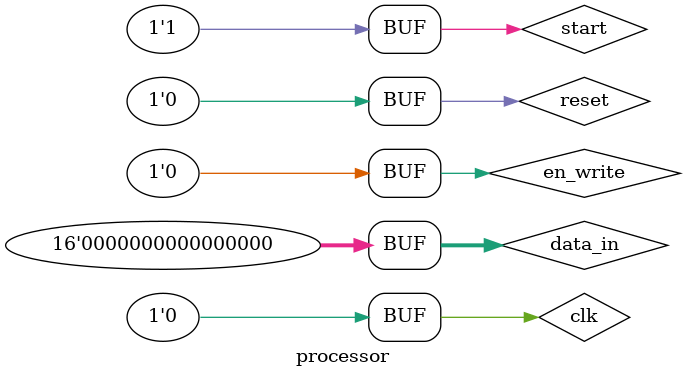
<source format=v>
module processor;
    reg clk, reset, en_write, start;

    reg [15:0] data_in;
    wire [18:0] control_lines;
    wire [9:0] pc_out;
    wire [15:0] instruction;

    wire [15:0] x_out, y_out, acc_out;
    wire [15:0] sp_out, dm_out, alu_out;
    wire [3:0] alu_flags;

    wire [143:0] a_out, b_out, t_acc_out, mxu_out;
    wire [4:0] state;

    wire [15:0] alu_val_extend_out, alu_reg_mux_out, dm_val_extend_out;
    wire [15:0] dm_mux_out, dm_mux_mux_out, tensor_element_out;
    wire [9:0] pc_mux_out, new_pc_val;
    wire [8:0] dm_address;
    wire [3:0] counter_out;

    localparam MOVE = 0, STORE = 1, BRANCH = 2;
    localparam POP = 3, PUSH = 4, STALL = 5;
    localparam STR_REZ = 6, LOAD_Y = 7, LOAD_X = 8;
    localparam ACC_OPX = 9, ACC_OPY = 10, JMP = 11;
    localparam RET = 12, LOAD_A = 13, LOAD_B = 14;
    localparam STORE_TENSOR = 15, STR_TENSOR_REZ = 16;
    localparam RESET_CU = 17, DONE = 18;

    incrementer #(10) pc_adder(
        .in(pc_out),
        .out(new_pc_val)
    );

    mux2to1 #(10) pc_mux (
        .data_0(instruction[9:0]),
        .data_1(dm_out[9:0]),
        .sel(control_lines[RET]),
        .data_out(pc_mux_out)
    );
    
    PC pc(
        .clk(clk),
        .reset(reset | control_lines[RESET_CU]),
        .branch(control_lines[BRANCH]),
        .stall(control_lines[STALL]),
        .branch_address(pc_mux_out),
        .new_pc_val(new_pc_val),
        .pc_out(pc_out)
    );

    IM im(
        .clk(clk),
        .en_write(en_write),
        .address(pc_out),
        .data_in(data_in),
        .data_out(instruction)
    );

    reg_file register_file(
        .clk(clk),
        .reset(reset),
        .control_lines(control_lines),
        .counter_out(counter_out),
        .alu_out(alu_out),
        .dm_out(dm_out),
        .mxu_out(mxu_out),
        .acc_out(acc_out),
        .x_out(x_out),
        .y_out(y_out),
        .a_out(a_out),
        .b_out(b_out),
        .t_acc_out(t_acc_out),
        .sp_out(sp_out)
    );

    mux2to1 #(16) alu_reg_mux(
        .data_0(x_out),
        .data_1(y_out),
        .sel(instruction[9]),
        .data_out(alu_reg_mux_out)
    );

    sign_extend #(9, 16) alu_val_extend(
        .data_in(instruction[8:0]),
        .data_out(alu_val_extend_out)
    );

    ALU alu(
        .store(control_lines[STORE]),
        .A(alu_reg_mux_out),
        .B(alu_val_extend_out),
        .opcode(instruction[15:10]),
        .flags(alu_flags),
        .out(alu_out)
    );

    control_unit cu (
        .clk(clk),
        .reset(reset),
        .start(start),
        .tensor_op_done(counter_out == 4'b1001),
        .opcode(instruction[15:10]),
        .reg_s(instruction[9]),
        .acc_s(instruction[8]),
        .flags(alu_flags),
        .control_lines(control_lines),
        .state(state)
    );

    sign_extend #(10, 16) dm_val_extend(
        .data_in(new_pc_val),
        .data_out(dm_val_extend_out)
    );

    mux2to1 #(16) dm_mux_value(
        .data_0(alu_out),
        .data_1(dm_val_extend_out),
        .sel(control_lines[JMP]),
        .data_out(dm_mux_out)
    );

    mux9to1 tensor_element(
        .data_in(t_acc_out),
        .select(counter_out),
        .data_out(tensor_element_out)
    );

    mux2to1 #(16) dm_mux_mux_value(
        .data_0(dm_mux_out),
        .data_1(tensor_element_out),
        .sel(control_lines[STORE_TENSOR]),
        .data_out(dm_mux_mux_out)
    );


    mux2to1 #(9) dm_mux_address(
        .data_0(instruction[8:0]),
        .data_1(counter_out + instruction[8:0]),
        .sel(control_lines[LOAD_A] | control_lines[LOAD_B] | control_lines[STORE_TENSOR]),
        .data_out(dm_address)
    );

    DM data_memory(
        .clk(clk),
        .store(control_lines[STORE] | control_lines[STORE_TENSOR]),
        .push(control_lines[PUSH]),
        .pop(control_lines[POP]),
        .address(dm_address),
        .rez(dm_mux_mux_out),
        .sp(sp_out),
        .data_out(dm_out)
    );

    // Tensor operations
    
    counter tensor_counter(
        .reset(reset),
        .clk(clk),
        .enable(control_lines[STALL]),
        .counter_out(counter_out)
    );

    MXU mxu(
        .A(a_out),
        .B(b_out),
        .mxu_out(mxu_out)
    );

    localparam NUM_INSTRUCTIONS = 16;
    localparam CLOCK_CYCLES = 43, CLOCK_PERIOD = 100;

    initial begin 
        clk = 0;
        repeat(CLOCK_CYCLES * 2)
            #(CLOCK_PERIOD / 2) clk = ~clk;
    end

    initial begin 
        start = 1'b0;
        reset = 1'b1;
        #50 reset = 1'b0;
        #(100 * NUM_INSTRUCTIONS) reset = 1'b1;
        start = 1'b1;
        #50 reset = 1'b0;
    end

    initial begin 
        en_write = 1'b1;
        #(100 * NUM_INSTRUCTIONS) en_write = 1'b0;
    end

    // MOV X, 10
    // MUL X, 8
    // MOV Y, A
    // DIV Y, 7
    // MOV X, A
    // MOD Y, 7
    // MOV X, A
    // LSL X, 4
    // MOV Y, A
    // LSR X, 4
    // MOV Y, A
    // RSL X, 4
    // MOV Y, A
    // RSR X, 4
    // MOV Y, A
    // HLT

    initial begin 
        data_in = 16'b0100000000001010;
        #100
        data_in = 16'b0100010000001000;
        #100
        data_in = 16'b0100001100000000;
        #100
        data_in = 16'b0100100000000111;
        #100
        data_in = 16'b0100001100000000;
        #100
        data_in = 16'b0100110000000111;
        #100
        data_in = 16'b0100001100000000;
        #100
        data_in = 16'b0011010000000100;
        #100
        data_in = 16'b0100001100000000;
        #100
        data_in = 16'b0011000000000100;
        #100
        data_in = 16'b0100001100000000;
        #100
        data_in = 16'b0011110000000100;
        #100
        data_in = 16'b0100001100000000;
        #100
        data_in = 16'b0011100000000100;
        #100
        data_in = 16'b0100001100000000;
        #100
        data_in = 16'b0000000000000000;
    end

endmodule

</source>
